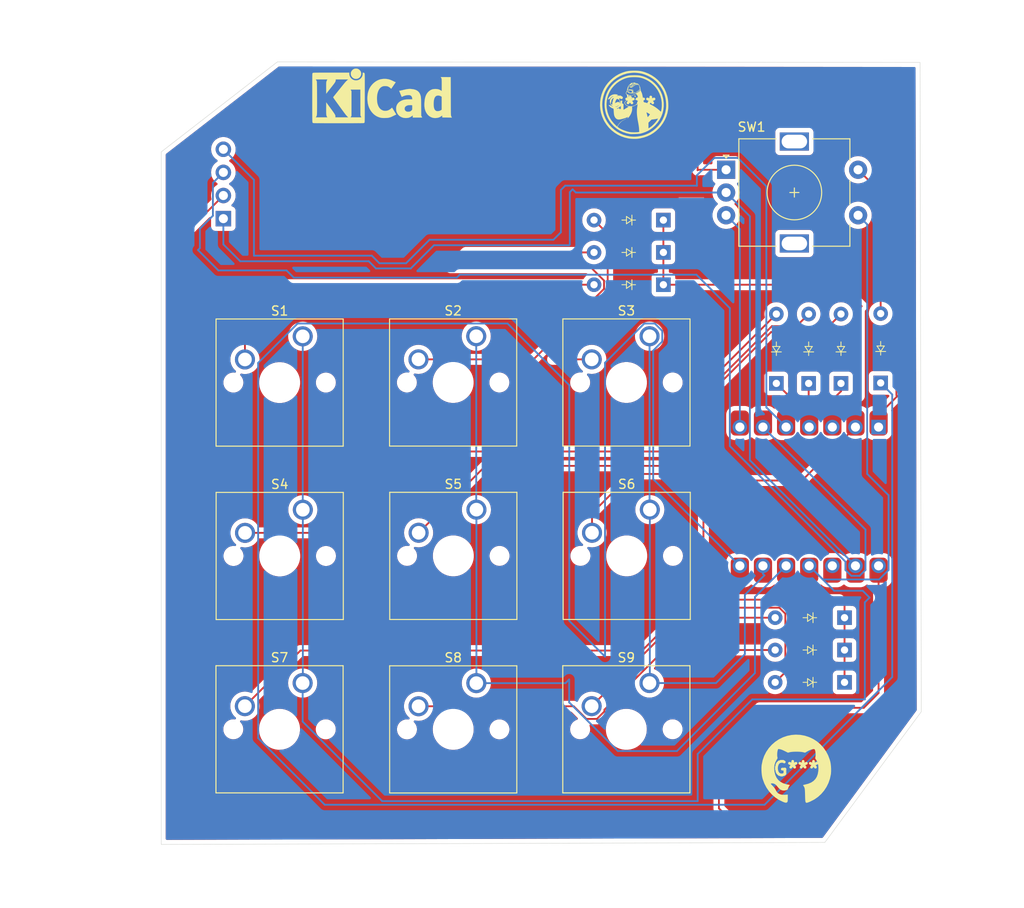
<source format=kicad_pcb>
(kicad_pcb (version 20240108) (generator "pcbnew") (generator_version "8.0")
  (layers (0 "F.Cu" signal) (31 "B.Cu" signal) (34 "B.Paste" user) (35 "F.Paste" user) (36 "B.SilkS" user "B.Silkscreen") (37 "F.SilkS" user "F.Silkscreen") (38 "B.Mask" user) (39 "F.Mask" user) (44 "Edge.Cuts" user))
  (net 0 "")
  (net 1 "Net-(D1-A)")
  (net 2 "Row 0")
  (net 3 "Net-(D2-A)")
  (net 4 "Net-(D3-A)")
  (net 5 "Row 1")
  (net 6 "Net-(D4-A)")
  (net 7 "Net-(D5-A)")
  (net 8 "Net-(D6-A)")
  (net 9 "Row 2")
  (net 10 "Net-(D7-A)")
  (net 11 "Net-(D8-A)")
  (net 12 "Net-(D9-A)")
  (net 13 "Column 0")
  (net 14 "Column 1")
  (net 15 "Column 2")
  (net 16 "Net-(D10-K)")
  (net 18 "Net-(D10-A)")
  (net 19 "Net-(J1-VCC)")
  (net 20 "Net-(J1-SCL)")
  (net 21 "Net-(J1-SDA)")
  (net 22 "Net-(J1-GND)")
  (net 23 "Net-(U1-PA02_A0_D0)")
  (net 24 "Net-(U1-PB08_A6_D6_TX)")
  (footprint "Button_Switch_Keyboard:SW_Cherry_MX_1.00u_PCB" (layer "F.Cu") (at 100.24 86.52)
    (property "Reference" "S4" (at -2.54 -2.794 0) (layer "F.SilkS"))
    (property "Value" "Keyswitch")
    (pad "" np_thru_hole circle (at -7.62 5.08) (size 1.7 1.7) (drill 1.7) (layers "*.Cu" "*.Mask"))
    (pad "" np_thru_hole circle (at -2.54 5.08) (size 4 4) (drill 4) (layers "*.Cu" "*.Mask"))
    (pad "" np_thru_hole circle (at 2.54 5.08) (size 1.7 1.7) (drill 1.7) (layers "*.Cu" "*.Mask"))
    (pad "1" thru_hole circle (at 0 0) (size 2.2 2.2) (drill 1.5) (layers "*.Cu" "*.Mask") (net 13 "Column 0"))
    (pad "2" thru_hole circle (at -6.35 2.54) (size 2.2 2.2) (drill 1.5) (layers "*.Cu" "*.Mask") (net 6 "Net-(D4-A)"))
  )
  (footprint "Demo.preety:logodemo2" (layer "F.Cu") (at 154.45 114.98)
    (property "Reference" "G***" (at 0 0 0) (layer "F.SilkS") (effects (font (size 1.5 1.5) (thickness 0.3))))
    (property "Value" "LOGO" (hide yes))
  )
  (footprint "ScottoKeebs_Components:Diode_DO-35" (layer "F.Cu") (at 139.85 54.7 180)
    (property "Reference" "D3" (hide yes))
    (property "Value" "Diode" (hide yes))
    (pad "1" thru_hole rect (at 0 0 180) (size 1.6 1.6) (drill 0.8) (layers "*.Cu" "*.Mask") (net 2 "Row 0"))
    (pad "2" thru_hole oval (at 7.62 0 180) (size 1.6 1.6) (drill 0.8) (layers "*.Cu" "*.Mask") (net 4 "Net-(D3-A)"))
  )
  (footprint "ScottoKeebs_Components:OLED_128x32" (layer "F.Cu") (at 89.91 44.74)
    (property "Reference" "J1" (hide yes))
    (property "Value" "OLED_128x32")
    (pad "1" thru_hole rect (at 1.6 9.8 180) (size 1.7 1.7) (drill 1) (layers "*.Cu" "*.Mask") (net 22 "Net-(J1-GND)"))
    (pad "2" thru_hole oval (at 1.6 7.26 180) (size 1.7 1.7) (drill 1) (layers "*.Cu" "*.Mask") (net 19 "Net-(J1-VCC)"))
    (pad "3" thru_hole oval (at 1.6 4.72 180) (size 1.7 1.7) (drill 1) (layers "*.Cu" "*.Mask") (net 20 "Net-(J1-SCL)"))
    (pad "4" thru_hole oval (at 1.6 2.18 180) (size 1.7 1.7) (drill 1) (layers "*.Cu" "*.Mask") (net 21 "Net-(J1-SDA)"))
  )
  (footprint "Button_Switch_Keyboard:SW_Cherry_MX_1.00u_PCB" (layer "F.Cu") (at 100.22 105.56)
    (property "Reference" "S7" (at -2.54 -2.794 0) (layer "F.SilkS"))
    (property "Value" "Keyswitch")
    (pad "" np_thru_hole circle (at -7.62 5.08) (size 1.7 1.7) (drill 1.7) (layers "*.Cu" "*.Mask"))
    (pad "" np_thru_hole circle (at -2.54 5.08) (size 4 4) (drill 4) (layers "*.Cu" "*.Mask"))
    (pad "" np_thru_hole circle (at 2.54 5.08) (size 1.7 1.7) (drill 1.7) (layers "*.Cu" "*.Mask"))
    (pad "1" thru_hole circle (at 0 0) (size 2.2 2.2) (drill 1.5) (layers "*.Cu" "*.Mask") (net 13 "Column 0"))
    (pad "2" thru_hole circle (at -6.35 2.54) (size 2.2 2.2) (drill 1.5) (layers "*.Cu" "*.Mask") (net 10 "Net-(D7-A)"))
  )
  (footprint "Symbol:KiCad-Logo_6mm_SilkScreen" (layer "F.Cu") (at 108.94 41.03)
    (property "Reference" "REF**" (hide yes))
    (property "Value" "KiCad-Logo_6mm_SilkScreen" (hide yes))
  )
  (footprint "Button_Switch_Keyboard:SW_Cherry_MX_1.00u_PCB" (layer "F.Cu") (at 138.36 86.51)
    (property "Reference" "S6" (at -2.54 -2.794 0) (layer "F.SilkS"))
    (property "Value" "Keyswitch")
    (pad "" np_thru_hole circle (at -7.62 5.08) (size 1.7 1.7) (drill 1.7) (layers "*.Cu" "*.Mask"))
    (pad "" np_thru_hole circle (at -2.54 5.08) (size 4 4) (drill 4) (layers "*.Cu" "*.Mask"))
    (pad "" np_thru_hole circle (at 2.54 5.08) (size 1.7 1.7) (drill 1.7) (layers "*.Cu" "*.Mask"))
    (pad "1" thru_hole circle (at 0 0) (size 2.2 2.2) (drill 1.5) (layers "*.Cu" "*.Mask") (net 15 "Column 2"))
    (pad "2" thru_hole circle (at -6.35 2.54) (size 2.2 2.2) (drill 1.5) (layers "*.Cu" "*.Mask") (net 8 "Net-(D6-A)"))
  )
  (footprint "Button_Switch_Keyboard:SW_Cherry_MX_1.00u_PCB" (layer "F.Cu") (at 138.33 67.46)
    (property "Reference" "S3" (at -2.54 -2.794 0) (layer "F.SilkS"))
    (property "Value" "Keyswitch")
    (pad "" np_thru_hole circle (at -7.62 5.08) (size 1.7 1.7) (drill 1.7) (layers "*.Cu" "*.Mask"))
    (pad "" np_thru_hole circle (at -2.54 5.08) (size 4 4) (drill 4) (layers "*.Cu" "*.Mask"))
    (pad "" np_thru_hole circle (at 2.54 5.08) (size 1.7 1.7) (drill 1.7) (layers "*.Cu" "*.Mask"))
    (pad "1" thru_hole circle (at 0 0) (size 2.2 2.2) (drill 1.5) (layers "*.Cu" "*.Mask") (net 15 "Column 2"))
    (pad "2" thru_hole circle (at -6.35 2.54) (size 2.2 2.2) (drill 1.5) (layers "*.Cu" "*.Mask") (net 4 "Net-(D3-A)"))
  )
  (footprint "ScottoKeebs_Components:Diode_DO-35" (layer "F.Cu") (at 159.75 98.38 180)
    (property "Reference" "D9" (hide yes))
    (property "Value" "Diode" (hide yes))
    (pad "1" thru_hole rect (at 0 0 180) (size 1.6 1.6) (drill 0.8) (layers "*.Cu" "*.Mask") (net 9 "Row 2"))
    (pad "2" thru_hole oval (at 7.62 0 180) (size 1.6 1.6) (drill 0.8) (layers "*.Cu" "*.Mask") (net 12 "Net-(D9-A)"))
  )
  (footprint "ScottoKeebs_Components:Diode_DO-35" (layer "F.Cu") (at 159.36 72.64 90)
    (property "Reference" "D6" (hide yes))
    (property "Value" "Diode" (hide yes))
    (pad "1" thru_hole rect (at 0 0 90) (size 1.6 1.6) (drill 0.8) (layers "*.Cu" "*.Mask") (net 5 "Row 1"))
    (pad "2" thru_hole oval (at 7.62 0 90) (size 1.6 1.6) (drill 0.8) (layers "*.Cu" "*.Mask") (net 8 "Net-(D6-A)"))
  )
  (footprint "ScottoKeebs_Components:Diode_DO-35" (layer "F.Cu") (at 159.75 105.48 180)
    (property "Reference" "D7" (hide yes))
    (property "Value" "Diode" (hide yes))
    (pad "1" thru_hole rect (at 0 0 180) (size 1.6 1.6) (drill 0.8) (layers "*.Cu" "*.Mask") (net 9 "Row 2"))
    (pad "2" thru_hole oval (at 7.62 0 180) (size 1.6 1.6) (drill 0.8) (layers "*.Cu" "*.Mask") (net 10 "Net-(D7-A)"))
  )
  (footprint "Button_Switch_Keyboard:SW_Cherry_MX_1.00u_PCB" (layer "F.Cu") (at 119.29 67.46)
    (property "Reference" "S2" (at -2.54 -2.794 0) (layer "F.SilkS"))
    (property "Value" "Keyswitch")
    (pad "" np_thru_hole circle (at -7.62 5.08) (size 1.7 1.7) (drill 1.7) (layers "*.Cu" "*.Mask"))
    (pad "" np_thru_hole circle (at -2.54 5.08) (size 4 4) (drill 4) (layers "*.Cu" "*.Mask"))
    (pad "" np_thru_hole circle (at 2.54 5.08) (size 1.7 1.7) (drill 1.7) (layers "*.Cu" "*.Mask"))
    (pad "1" thru_hole circle (at 0 0) (size 2.2 2.2) (drill 1.5) (layers "*.Cu" "*.Mask") (net 14 "Column 1"))
    (pad "2" thru_hole circle (at -6.35 2.54) (size 2.2 2.2) (drill 1.5) (layers "*.Cu" "*.Mask") (net 3 "Net-(D2-A)"))
  )
  (footprint "ScottoKeebs_Components:Diode_DO-35" (layer "F.Cu") (at 155.81 72.64 90)
    (property "Reference" "D5" (hide yes))
    (property "Value" "Diode" (hide yes))
    (pad "1" thru_hole rect (at 0 0 90) (size 1.6 1.6) (drill 0.8) (layers "*.Cu" "*.Mask") (net 5 "Row 1"))
    (pad "2" thru_hole oval (at 7.62 0 90) (size 1.6 1.6) (drill 0.8) (layers "*.Cu" "*.Mask") (net 7 "Net-(D5-A)"))
  )
  (footprint "ScottoKeebs_Components:Diode_DO-35" (layer "F.Cu") (at 152.26 72.64 90)
    (property "Reference" "D4" (hide yes))
    (property "Value" "Diode" (hide yes))
    (pad "1" thru_hole rect (at 0 0 90) (size 1.6 1.6) (drill 0.8) (layers "*.Cu" "*.Mask") (net 5 "Row 1"))
    (pad "2" thru_hole oval (at 7.62 0 90) (size 1.6 1.6) (drill 0.8) (layers "*.Cu" "*.Mask") (net 6 "Net-(D4-A)"))
  )
  (footprint "Button_Switch_Keyboard:SW_Cherry_MX_1.00u_PCB" (layer "F.Cu") (at 119.3 105.57)
    (property "Reference" "S8" (at -2.54 -2.794 0) (layer "F.SilkS"))
    (property "Value" "Keyswitch")
    (pad "" np_thru_hole circle (at -7.62 5.08) (size 1.7 1.7) (drill 1.7) (layers "*.Cu" "*.Mask"))
    (pad "" np_thru_hole circle (at -2.54 5.08) (size 4 4) (drill 4) (layers "*.Cu" "*.Mask"))
    (pad "" np_thru_hole circle (at 2.54 5.08) (size 1.7 1.7) (drill 1.7) (layers "*.Cu" "*.Mask"))
    (pad "1" thru_hole circle (at 0 0) (size 2.2 2.2) (drill 1.5) (layers "*.Cu" "*.Mask") (net 14 "Column 1"))
    (pad "2" thru_hole circle (at -6.35 2.54) (size 2.2 2.2) (drill 1.5) (layers "*.Cu" "*.Mask") (net 11 "Net-(D8-A)"))
  )
  (footprint "ScottoKeebs_Components:Diode_DO-35" (layer "F.Cu") (at 139.85 61.8 180)
    (property "Reference" "D1" (hide yes))
    (property "Value" "Diode" (hide yes))
    (pad "1" thru_hole rect (at 0 0 180) (size 1.6 1.6) (drill 0.8) (layers "*.Cu" "*.Mask") (net 2 "Row 0"))
    (pad "2" thru_hole oval (at 7.62 0 180) (size 1.6 1.6) (drill 0.8) (layers "*.Cu" "*.Mask") (net 1 "Net-(D1-A)"))
  )
  (footprint "Demo.preety:logodemo" (layer "F.Cu") (at 136.569849 42.001442)
    (property "Reference" "G***" (at 0 0 0) (layer "F.SilkS") (effects (font (size 1.5 1.5) (thickness 0.3))))
    (property "Value" "LOGO" (hide yes))
  )
  (footprint "Button_Switch_Keyboard:SW_Cherry_MX_1.00u_PCB" (layer "F.Cu") (at 100.23 67.47)
    (property "Reference" "S1" (at -2.54 -2.794 0) (layer "F.SilkS"))
    (property "Value" "Keyswitch")
    (pad "" np_thru_hole circle (at -7.62 5.08) (size 1.7 1.7) (drill 1.7) (layers "*.Cu" "*.Mask"))
    (pad "" np_thru_hole circle (at -2.54 5.08) (size 4 4) (drill 4) (layers "*.Cu" "*.Mask"))
    (pad "" np_thru_hole circle (at 2.54 5.08) (size 1.7 1.7) (drill 1.7) (layers "*.Cu" "*.Mask"))
    (pad "1" thru_hole circle (at 0 0) (size 2.2 2.2) (drill 1.5) (layers "*.Cu" "*.Mask") (net 13 "Column 0"))
    (pad "2" thru_hole circle (at -6.35 2.54) (size 2.2 2.2) (drill 1.5) (layers "*.Cu" "*.Mask") (net 1 "Net-(D1-A)"))
  )
  (footprint "Button_Switch_Keyboard:SW_Cherry_MX_1.00u_PCB" (layer "F.Cu") (at 119.31 86.51)
    (property "Reference" "S5" (at -2.54 -2.794 0) (layer "F.SilkS"))
    (property "Value" "Keyswitch")
    (pad "" np_thru_hole circle (at -7.62 5.08) (size 1.7 1.7) (drill 1.7) (layers "*.Cu" "*.Mask"))
    (pad "" np_thru_hole circle (at -2.54 5.08) (size 4 4) (drill 4) (layers "*.Cu" "*.Mask"))
    (pad "" np_thru_hole circle (at 2.54 5.08) (size 1.7 1.7) (drill 1.7) (layers "*.Cu" "*.Mask"))
    (pad "1" thru_hole circle (at 0 0) (size 2.2 2.2) (drill 1.5) (layers "*.Cu" "*.Mask") (net 14 "Column 1"))
    (pad "2" thru_hole circle (at -6.35 2.54) (size 2.2 2.2) (drill 1.5) (layers "*.Cu" "*.Mask") (net 7 "Net-(D5-A)"))
  )
  (footprint "Rotary_Encoder:RotaryEncoder_Alps_EC11E-Switch_Vertical_H20mm" (layer "F.Cu") (at 146.74 49.17)
    (property "Reference" "SW1" (at 2.8 -4.7 0) (layer "F.SilkS"))
    (property "Value" "RotaryEncoder_Switch")
    (pad "A" thru_hole rect (at 0 0) (size 2 2) (drill 1) (layers "*.Cu" "*.Mask") (net 23 "Net-(U1-PA02_A0_D0)"))
    (pad "B" thru_hole circle (at 0 5) (size 2 2) (drill 1) (layers "*.Cu" "*.Mask") (net 24 "Net-(U1-PB08_A6_D6_TX)"))
    (pad "C" thru_hole circle (at 0 2.5) (size 2 2) (drill 1) (layers "*.Cu" "*.Mask") (net 22 "Net-(J1-GND)"))
    (pad "MP" thru_hole rect (at 7.5 -3.1) (size 3.2 2) (drill oval 2.8 1.5) (layers "*.Cu" "*.Mask"))
    (pad "MP" thru_hole rect (at 7.5 8.1) (size 3.2 2) (drill oval 2.8 1.5) (layers "*.Cu" "*.Mask"))
    (pad "S1" thru_hole circle (at 14.5 5) (size 2 2) (drill 1) (layers "*.Cu" "*.Mask") (net 13 "Column 0"))
    (pad "S2" thru_hole circle (at 14.5 0) (size 2 2) (drill 1) (layers "*.Cu" "*.Mask") (net 18 "Net-(D10-A)"))
  )
  (footprint "Button_Switch_Keyboard:SW_Cherry_MX_1.00u_PCB" (layer "F.Cu") (at 138.32 105.56)
    (property "Reference" "S9" (at -2.54 -2.794 0) (layer "F.SilkS"))
    (property "Value" "Keyswitch")
    (pad "" np_thru_hole circle (at -7.62 5.08) (size 1.7 1.7) (drill 1.7) (layers "*.Cu" "*.Mask"))
    (pad "" np_thru_hole circle (at -2.54 5.08) (size 4 4) (drill 4) (layers "*.Cu" "*.Mask"))
    (pad "" np_thru_hole circle (at 2.54 5.08) (size 1.7 1.7) (drill 1.7) (layers "*.Cu" "*.Mask"))
    (pad "1" thru_hole circle (at 0 0) (size 2.2 2.2) (drill 1.5) (layers "*.Cu" "*.Mask") (net 15 "Column 2"))
    (pad "2" thru_hole circle (at -6.35 2.54) (size 2.2 2.2) (drill 1.5) (layers "*.Cu" "*.Mask") (net 12 "Net-(D9-A)"))
  )
  (footprint "ScottoKeebs_Components:Diode_DO-35" (layer "F.Cu") (at 159.75 101.93 180)
    (property "Reference" "D8" (hide yes))
    (property "Value" "Diode" (hide yes))
    (pad "1" thru_hole rect (at 0 0 180) (size 1.6 1.6) (drill 0.8) (layers "*.Cu" "*.Mask") (net 9 "Row 2"))
    (pad "2" thru_hole oval (at 7.62 0 180) (size 1.6 1.6) (drill 0.8) (layers "*.Cu" "*.Mask") (net 11 "Net-(D8-A)"))
  )
  (footprint "ScottoKeebs_Components:Diode_DO-35" (layer "F.Cu") (at 139.85 58.25 180)
    (property "Reference" "D2" (hide yes))
    (property "Value" "Diode" (hide yes))
    (pad "1" thru_hole rect (at 0 0 180) (size 1.6 1.6) (drill 0.8) (layers "*.Cu" "*.Mask") (net 2 "Row 0"))
    (pad "2" thru_hole oval (at 7.62 0 180) (size 1.6 1.6) (drill 0.8) (layers "*.Cu" "*.Mask") (net 3 "Net-(D2-A)"))
  )
  (footprint "ScottoKeebs_MCU:Seeed_XIAO_RP2040" (layer "F.Cu") (at 155.87 85.06 -90)
    (property "Reference" "U1" (hide yes))
    (property "Value" "MCU_Seeed_XIAO_RP2040")
    (pad "1" smd roundrect (at -8.065 -7.62 270) (size 2.75 2) (layers "F.Cu" "F.Paste" "F.Mask") (net 23 "Net-(U1-PA02_A0_D0)"))
    (pad "1" thru_hole rect (at -7.62 -7.62) (size 1.6 1.6) (drill 1) (layers "*.Cu" "*.Mask") (net 23 "Net-(U1-PA02_A0_D0)"))
    (pad "2" smd roundrect (at -8.065 -5.08 270) (size 2.75 2) (layers "F.Cu" "F.Paste" "F.Mask") (net 9 "Row 2"))
    (pad "2" thru_hole circle (at -7.62 -5.08) (size 1.6 1.6) (drill 1) (layers "*.Cu" "*.Mask") (net 9 "Row 2"))
    (pad "3" smd roundrect (at -8.065 -2.54 270) (size 2.75 2) (layers "F.Cu" "F.Paste" "F.Mask") (net 2 "Row 0"))
    (pad "3" thru_hole circle (at -7.62 -2.54) (size 1.6 1.6) (drill 1) (layers "*.Cu" "*.Mask") (net 2 "Row 0"))
    (pad "4" smd roundrect (at -8.065 0 270) (size 2.75 2) (layers "F.Cu" "F.Paste" "F.Mask") (net 5 "Row 1"))
    (pad "4" thru_hole circle (at -7.62 0) (size 1.6 1.6) (drill 1) (layers "*.Cu" "*.Mask") (net 5 "Row 1"))
    (pad "5" smd roundrect (at -8.065 2.54 270) (size 2.75 2) (layers "F.Cu" "F.Paste" "F.Mask") (net 21 "Net-(J1-SDA)"))
    (pad "5" thru_hole circle (at -7.62 2.54) (size 1.6 1.6) (drill 1) (layers "*.Cu" "*.Mask") (net 21 "Net-(J1-SDA)"))
    (pad "6" smd roundrect (at -8.065 5.08 270) (size 2.75 2) (layers "F.Cu" "F.Paste" "F.Mask") (net 20 "Net-(J1-SCL)"))
    (pad "6" thru_hole circle (at -7.62 5.08) (size 1.6 1.6) (drill 1) (layers "*.Cu" "*.Mask") (net 20 "Net-(J1-SCL)"))
    (pad "7" smd roundrect (at -8.065 7.62 270) (size 2.75 2) (layers "F.Cu" "F.Paste" "F.Mask") (net 24 "Net-(U1-PB08_A6_D6_TX)"))
    (pad "7" thru_hole circle (at -7.62 7.62) (size 1.6 1.6) (drill 1) (layers "*.Cu" "*.Mask") (net 24 "Net-(U1-PB08_A6_D6_TX)"))
    (pad "8" thru_hole circle (at 7.62 7.62) (size 1.6 1.6) (drill 1) (layers "*.Cu" "*.Mask") (net 16 "Net-(D10-K)"))
    (pad "8" smd roundrect (at 8.1 7.62 270) (size 2.75 2) (layers "F.Cu" "F.Paste" "F.Mask") (net 16 "Net-(D10-K)"))
    (pad "9" thru_hole circle (at 7.62 5.08) (size 1.6 1.6) (drill 1) (layers "*.Cu" "*.Mask") (net 15 "Column 2"))
    (pad "9" smd roundrect (at 8.1 5.08 270) (size 2.75 2) (layers "F.Cu" "F.Paste" "F.Mask") (net 15 "Column 2"))
    (pad "10" thru_hole circle (at 7.62 2.54) (size 1.6 1.6) (drill 1) (layers "*.Cu" "*.Mask") (net 14 "Column 1"))
    (pad "10" smd roundrect (at 8.1 2.54 270) (size 2.75 2) (layers "F.Cu" "F.Paste" "F.Mask") (net 14 "Column 1"))
    (pad "11" thru_hole circle (at 7.62 0) (size 1.6 1.6) (drill 1) (layers "*.Cu" "*.Mask") (net 13 "Column 0"))
    (pad "11" smd roundrect (at 8.1 0 270) (size 2.75 2) (layers "F.Cu" "F.Paste" "F.Mask") (net 13 "Column 0"))
    (pad "12" thru_hole circle (at 7.62 -2.54) (size 1.6 1.6) (drill 1) (layers "*.Cu" "*.Mask"))
    (pad "12" smd roundrect (at 8.1 -2.54 270) (size 2.75 2) (layers "F.Cu" "F.Paste" "F.Mask"))
    (pad "13" thru_hole circle (at 7.62 -5.08) (size 1.6 1.6) (drill 1) (layers "*.Cu" "*.Mask") (net 22 "Net-(J1-GND)"))
    (pad "13" smd roundrect (at 8.1 -5.08 270) (size 2.75 2) (layers "F.Cu" "F.Paste" "F.Mask") (net 22 "Net-(J1-GND)"))
    (pad "14" thru_hole circle (at 7.62 -7.62) (size 1.6 1.6) (drill 1) (layers "*.Cu" "*.Mask") (net 19 "Net-(J1-VCC)"))
    (pad "14" smd roundrect (at 8.1 -7.62 270) (size 2.75 2) (layers "F.Cu" "F.Paste" "F.Mask") (net 19 "Net-(J1-VCC)"))
  )
  (footprint "ScottoKeebs_Components:Diode_DO-35" (layer "F.Cu") (at 163.72 72.59 90)
    (property "Reference" "D10" (hide yes))
    (property "Value" "Diode" (hide yes))
    (pad "1" thru_hole rect (at 0 0 90) (size 1.6 1.6) (drill 0.8) (layers "*.Cu" "*.Mask") (net 16 "Net-(D10-K)"))
    (pad "2" thru_hole oval (at 7.62 0 90) (size 1.6 1.6) (drill 0.8) (layers "*.Cu" "*.Mask") (net 18 "Net-(D10-A)"))
  )
  (gr_poly (pts (xy 84.68 47.21) (xy 84.68 123.29) (xy 157.59 123.07) (xy 168.18 108.71) (xy 168.05 37.38) (xy 97.44 37.32)) (stroke (width 0.05)) (fill none) (layer "Edge.Cuts"))
  (gr_text "HackClub" (at 148.76 41.77 0) (layer "F.Cu") (effects (font (size 1.5 1.5) (thickness 0.3) (bold yes)) (justify left bottom)))
  (gr_text "I see u" (at 132.69 48.72 0) (layer "F.Cu") (effects (font (size 1.5 1.5) (thickness 0.3) (bold yes)) (justify left bottom)))
  (gr_text "tic tic" (at 143.87 59.66 90) (layer "F.Cu") (effects (font (size 1.5 1.5) (thickness 0.3) (bold yes)) (justify left bottom)))
  (segment (start 93.88 66.28) (end 98.36 61.8) (width 0.2) (layer "F.Cu") (net 1))
  (segment (start 98.36 61.8) (end 132.23 61.8) (width 0.2) (layer "F.Cu") (net 1))
  (segment (start 93.88 70.01) (end 93.88 66.28) (width 0.2) (layer "F.Cu") (net 1))
  (segment (start 161.38 74.025) (end 158.41 76.995) (width 0.2) (layer "F.Cu") (net 2))
  (segment (start 139.85 54.7) (end 139.85 58.25) (width 0.2) (layer "F.Cu") (net 2))
  (segment (start 161.63 64.16) (end 161.38 64.41) (width 0.2) (layer "F.Cu") (net 2))
  (segment (start 139.85 61.8) (end 159.27 61.8) (width 0.2) (layer "F.Cu") (net 2))
  (segment (start 159.27 61.8) (end 161.63 64.16) (width 0.2) (layer "F.Cu") (net 2))
  (segment (start 139.85 58.25) (end 139.85 61.8) (width 0.2) (layer "F.Cu") (net 2))
  (segment (start 161.38 64.41) (end 161.38 74.025) (width 0.2) (layer "F.Cu") (net 2))
  (segment (start 116.48 59.93) (end 131.915635 59.93) (width 0.2) (layer "F.Cu") (net 3))
  (segment (start 125.585635 70) (end 112.94 70) (width 0.2) (layer "F.Cu") (net 3))
  (segment (start 133.33 62.255635) (end 125.585635 70) (width 0.2) (layer "F.Cu") (net 3))
  (segment (start 118.16 58.25) (end 116.48 59.93) (width 0.2) (layer "F.Cu") (net 3))
  (segment (start 132.23 58.25) (end 118.16 58.25) (width 0.2) (layer "F.Cu") (net 3))
  (segment (start 133.33 61.344365) (end 133.33 62.255635) (width 0.2) (layer "F.Cu") (net 3))
  (segment (start 131.915635 59.93) (end 133.33 61.344365) (width 0.2) (layer "F.Cu") (net 3))
  (segment (start 133.73 63.95) (end 127.68 70) (width 0.2) (layer "F.Cu") (net 4))
  (segment (start 132.23 54.7) (end 133.73 56.2) (width 0.2) (layer "F.Cu") (net 4))
  (segment (start 127.68 70) (end 131.98 70) (width 0.2) (layer "F.Cu") (net 4))
  (segment (start 133.73 56.2) (end 133.73 63.95) (width 0.2) (layer "F.Cu") (net 4))
  (segment (start 159.36 73.505) (end 155.87 76.995) (width 0.2) (layer "F.Cu") (net 5))
  (segment (start 155.81 76.935) (end 155.87 76.995) (width 0.2) (layer "F.Cu") (net 5))
  (segment (start 152.26 72.64) (end 155.87 76.25) (width 0.2) (layer "F.Cu") (net 5))
  (segment (start 155.87 76.25) (end 155.87 76.995) (width 0.2) (layer "F.Cu") (net 5))
  (segment (start 159.36 72.64) (end 159.36 73.505) (width 0.2) (layer "F.Cu") (net 5))
  (segment (start 155.81 72.64) (end 155.81 76.935) (width 0.2) (layer "F.Cu") (net 5))
  (segment (start 103.09 89.06) (end 112.03 80.12) (width 0.2) (layer "F.Cu") (net 6))
  (segment (start 144.17 80.12) (end 144.17 73.11) (width 0.2) (layer "F.Cu") (net 6))
  (segment (start 93.89 89.06) (end 103.09 89.06) (width 0.2) (layer "F.Cu") (net 6))
  (segment (start 144.17 73.11) (end 152.26 65.02) (width 0.2) (layer "F.Cu") (net 6))
  (segment (start 112.03 80.12) (end 144.17 80.12) (width 0.2) (layer "F.Cu") (net 6))
  (segment (start 151.77 66.35) (end 154.48 66.35) (width 0.2) (layer "F.Cu") (net 7))
  (segment (start 154.48 66.35) (end 155.81 65.02) (width 0.2) (layer "F.Cu") (net 7))
  (segment (start 144.61 73.51) (end 151.77 66.35) (width 0.2) (layer "F.Cu") (net 7))
  (segment (start 120.31 81.7) (end 143.155685 81.7) (width 0.2) (layer "F.Cu") (net 7))
  (segment (start 144.61 80.245685) (end 144.61 73.51) (width 0.2) (layer "F.Cu") (net 7))
  (segment (start 143.155685 81.7) (end 144.61 80.245685) (width 0.2) (layer "F.Cu") (net 7))
  (segment (start 112.96 89.05) (end 120.31 81.7) (width 0.2) (layer "F.Cu") (net 7))
  (segment (start 132.01 86.9) (end 136.32 82.59) (width 0.2) (layer "F.Cu") (net 8))
  (segment (start 136.32 82.59) (end 143.13 82.59) (width 0.2) (layer "F.Cu") (net 8))
  (segment (start 145.022843 73.662843) (end 151.682843 67.002843) (width 0.2) (layer "F.Cu") (net 8))
  (segment (start 143.13 82.59) (end 145.022843 80.697157) (width 0.2) (layer "F.Cu") (net 8))
  (segment (start 157.377157 67.002843) (end 159.36 65.02) (width 0.2) (layer "F.Cu") (net 8))
  (segment (start 145.022843 80.697157) (end 145.022843 73.662843) (width 0.2) (layer "F.Cu") (net 8))
  (segment (start 132.01 89.05) (end 132.01 86.9) (width 0.2) (layer "F.Cu") (net 8))
  (segment (start 151.682843 67.002843) (end 157.377157 67.002843) (width 0.2) (layer "F.Cu") (net 8))
  (segment (start 159.75 105.48) (end 159.75 101.93) (width 0.2) (layer "F.Cu") (net 9))
  (segment (start 144.25 84.35) (end 145.29 83.31) (width 0.2) (layer "F.Cu") (net 9))
  (segment (start 144.25 96.49) (end 144.25 84.35) (width 0.2) (layer "F.Cu") (net 9))
  (segment (start 159.75 96.99) (end 159.16 96.4) (width 0.2) (layer "F.Cu") (net 9))
  (segment (start 159.16 96.4) (end 144.34 96.4) (width 0.2) (layer "F.Cu") (net 9))
  (segment (start 145.29 83.31) (end 155.08 83.31) (width 0.2) (layer "F.Cu") (net 9))
  (segment (start 144.34 96.4) (end 144.25 96.49) (width 0.2) (layer "F.Cu") (net 9))
  (segment (start 155.08 83.31) (end 160.95 77.44) (width 0.2) (layer "F.Cu") (net 9))
  (segment (start 159.75 98.38) (end 159.75 96.99) (width 0.2) (layer "F.Cu") (net 9))
  (segment (start 159.75 101.93) (end 159.75 98.38) (width 0.2) (layer "F.Cu") (net 9))
  (segment (start 143.48 99.56) (end 145.76 97.28) (width 0.2) (layer "F.Cu") (net 10))
  (segment (start 139.944314 99.56) (end 143.48 99.56) (width 0.2) (layer "F.Cu") (net 10))
  (segment (start 152.585635 97.28) (end 153.25 97.944365) (width 0.2) (layer "F.Cu") (net 10))
  (segment (start 99.98 101.99) (end 137.514314 101.99) (width 0.2) (layer "F.Cu") (net 10))
  (segment (start 145.76 97.28) (end 152.585635 97.28) (width 0.2) (layer "F.Cu") (net 10))
  (segment (start 137.514314 101.99) (end 139.944314 99.56) (width 0.2) (layer "F.Cu") (net 10))
  (segment (start 153.25 97.944365) (end 153.25 104.36) (width 0.2) (layer "F.Cu") (net 10))
  (segment (start 153.25 104.36) (end 152.13 105.48) (width 0.2) (layer "F.Cu") (net 10))
  (segment (start 93.87 108.1) (end 99.98 101.99) (width 0.2) (layer "F.Cu") (net 10))
  (segment (start 139.93 101.93) (end 152.13 101.93) (width 0.2) (layer "F.Cu") (net 11))
  (segment (start 112.95 108.11) (end 130.000101 108.11) (width 0.2) (layer "F.Cu") (net 11))
  (segment (start 132.549899 109.5) (end 133.37 108.679899) (width 0.2) (layer "F.Cu") (net 11))
  (segment (start 133.37 108.679899) (end 133.37 108.49) (width 0.2) (layer "F.Cu") (net 11))
  (segment (start 130.000101 108.11) (end 131.390101 109.5) (width 0.2) (layer "F.Cu") (net 11))
  (segment (start 131.390101 109.5) (end 132.549899 109.5) (width 0.2) (layer "F.Cu") (net 11))
  (segment (start 133.37 108.49) (end 139.93 101.93) (width 0.2) (layer "F.Cu") (net 11))
  (segment (start 140.11 99.96) (end 143.92 99.96) (width 0.2) (layer "F.Cu") (net 12))
  (segment (start 131.97 108.1) (end 140.11 99.96) (width 0.2) (layer "F.Cu") (net 12))
  (segment (start 145.5 98.38) (end 152.13 98.38) (width 0.2) (layer "F.Cu") (net 12))
  (segment (start 143.92 99.96) (end 145.5 98.38) (width 0.2) (layer "F.Cu") (net 12))
  (segment (start 162.5 96.17) (end 161.75 95.42) (width 0.2) (layer "B.Cu") (net 13))
  (segment (start 164.59 84.93) (end 164.59 93.135635) (width 0.2) (layer "B.Cu") (net 13))
  (segment (start 143.62 113.35) (end 149.62 107.35) (width 0.2) (layer "B.Cu") (net 13))
  (segment (start 143.62 118.53) (end 143.62 113.35) (width 0.2) (layer "B.Cu") (net 13))
  (segment (start 100.22 109.797056) (end 108.952944 118.53) (width 0.2) (layer "B.Cu") (net 13))
  (segment (start 149.62 107.35) (end 161.98 107.35) (width 0.2) (layer "B.Cu") (net 13))
  (segment (start 161.75 95.42) (end 158.61 95.42) (width 0.2) (layer "B.Cu") (net 13))
  (segment (start 163.545635 94.18) (end 157.37 94.18) (width 0.2) (layer "B.Cu") (net 13))
  (segment (start 100.24 86.52) (end 100.24 105.54) (width 0.2) (layer "B.Cu") (net 13))
  (segment (start 162.24 82.58) (end 164.59 84.93) (width 0.2) (layer "B.Cu") (net 13))
  (segment (start 100.24 105.54) (end 100.22 105.56) (width 0.2) (layer "B.Cu") (net 13))
  (segment (start 161.24 54.17) (end 162.24 55.17) (width 0.2) (layer "B.Cu") (net 13))
  (segment (start 157.37 94.18) (end 155.87 92.68) (width 0.2) (layer "B.Cu") (net 13))
  (segment (start 164.59 93.135635) (end 163.545635 94.18) (width 0.2) (layer "B.Cu") (net 13))
  (segment (start 100.23 86.51) (end 100.24 86.52) (width 0.2) (layer "B.Cu") (net 13))
  (segment (start 108.952944 118.53) (end 143.62 118.53) (width 0.2) (layer "B.Cu") (net 13))
  (segment (start 161.98 107.35) (end 161.98 96.69) (width 0.2) (layer "B.Cu") (net 13))
  (segment (start 161.98 96.69) (end 162.5 96.17) (width 0.2) (layer "B.Cu") (net 13))
  (segment (start 162.24 55.17) (end 162.24 82.58) (width 0.2) (layer "B.Cu") (net 13))
  (segment (start 100.22 105.56) (end 100.22 109.797056) (width 0.2) (layer "B.Cu") (net 13))
  (segment (start 158.61 95.42) (end 155.87 92.68) (width 0.2) (layer "B.Cu") (net 13))
  (segment (start 100.23 67.47) (end 100.23 86.51) (width 0.2) (layer "B.Cu") (net 13))
  (segment (start 141.337843 113.032157) (end 149.91 104.46) (width 0.2) (layer "B.Cu") (net 14))
  (segment (start 129.5 105.17) (end 129.5 107.683402) (width 0.2) (layer "B.Cu") (net 14))
  (segment (start 134.848755 113.032157) (end 141.337843 113.032157) (width 0.2) (layer "B.Cu") (net 14))
  (segment (start 149.91 104.46) (end 149.91 96.1) (width 0.2) (layer "B.Cu") (net 14))
  (segment (start 129.1 105.57) (end 129.5 105.17) (width 0.2) (layer "B.Cu") (net 14))
  (segment (start 119.3 105.57) (end 129.1 105.57) (width 0.2) (layer "B.Cu") (net 14))
  (segment (start 149.91 96.1) (end 153.33 92.68) (width 0.2) (layer "B.Cu") (net 14))
  (segment (start 119.31 105.56) (end 119.3 105.57) (width 0.2) (layer "B.Cu") (net 14))
  (segment (start 119.31 86.51) (end 119.31 105.56) (width 0.2) (layer "B.Cu") (net 14))
  (segment (start 119.29 86.49) (end 119.31 86.51) (width 0.2) (layer "B.Cu") (net 14))
  (segment (start 129.5 107.683402) (end 134.848755 113.032157) (width 0.2) (layer "B.Cu") (net 14))
  (segment (start 119.29 67.46) (end 119.29 86.49) (width 0.2) (layer "B.Cu") (net 14))
  (segment (start 138.36 86.51) (end 138.36 105.52) (width 0.2) (layer "B.Cu") (net 15))
  (segment (start 138.33 86.48) (end 138.36 86.51) (width 0.2) (layer "B.Cu") (net 15))
  (segment (start 138.33 67.46) (end 138.33 86.48) (width 0.2) (layer "B.Cu") (net 15))
  (segment (start 138.32 105.56) (end 145.63 105.56) (width 0.2) (layer "B.Cu") (net 15))
  (segment (start 148.8 95.87) (end 150.95 93.72) (width 0.2) (layer "B.Cu") (net 15))
  (segment (start 148.8 102.39) (end 148.8 95.87) (width 0.2) (layer "B.Cu") (net 15))
  (segment (start 145.63 105.56) (end 148.8 102.39) (width 0.2) (layer "B.Cu") (net 15))
  (segment (start 138.36 105.52) (end 138.32 105.56) (width 0.2) (layer "B.Cu") (net 15))
  (segment (start 150.95 93.72) (end 150.79 93.56) (width 0.2) (layer "B.Cu") (net 15))
  (segment (start 150.79 93.56) (end 150.79 92.68) (width 0.2) (layer "B.Cu") (net 15))
  (segment (start 129.51 98.729899) (end 133.44 102.659899) (width 0.2) (layer "B.Cu") (net 16))
  (segment (start 138.909899 66.06) (end 139.73 66.880101) (width 0.2) (layer "B.Cu") (net 16))
  (segment (start 138.73 83.16) (end 148.25 92.68) (width 0.2) (layer "B.Cu") (net 16))
  (segment (start 129.51 72.84) (end 129.51 98.729899) (width 0.2) (layer "B.Cu") (net 16))
  (segment (start 139.73 68.039899) (end 138.73 69.039899) (width 0.2) (layer "B.Cu") (net 16))
  (segment (start 139.73 66.880101) (end 139.73 68.039899) (width 0.2) (layer "B.Cu") (net 16))
  (segment (start 164.99 104.905685) (end 150.965685 118.93) (width 0.2) (layer "B.Cu") (net 16))
  (segment (start 164.99 73.86) (end 164.99 104.905685) (width 0.2) (layer "B.Cu") (net 16))
  (segment (start 95.33 111.613402) (end 95.33 70.390101) (width 0.2) (layer "B.Cu") (net 16))
  (segment (start 99.660101 66.06) (end 122.73 66.06) (width 0.2) (layer "B.Cu") (net 16))
  (segment (start 163.72 72.59) (end 164.99 73.86) (width 0.2) (layer "B.Cu") (net 16))
  (segment (start 133.44 70.370101) (end 137.750101 66.06) (width 0.2) (layer "B.Cu") (net 16))
  (segment (start 95.33 70.390101) (end 99.660101 66.06) (width 0.2) (layer "B.Cu") (net 16))
  (segment (start 137.750101 66.06) (end 138.909899 66.06) (width 0.2) (layer "B.Cu") (net 16))
  (segment (start 150.965685 118.93) (end 102.646598 118.93) (width 0.2) (layer "B.Cu") (net 16))
  (segment (start 102.646598 118.93) (end 95.33 111.613402) (width 0.2) (layer "B.Cu") (net 16))
  (segment (start 122.73 66.06) (end 129.51 72.84) (width 0.2) (layer "B.Cu") (net 16))
  (segment (start 138.73 69.039899) (end 138.73 83.16) (width 0.2) (layer "B.Cu") (net 16))
  (segment (start 133.44 102.659899) (end 133.44 70.370101) (width 0.2) (layer "B.Cu") (net 16))
  (segment (start 162.54 50.47) (end 163.36 50.47) (width 0.2) (layer "F.Cu") (net 18))
  (segment (start 163.72 51.89) (end 163.72 64.97) (width 0.2) (layer "F.Cu") (net 18))
  (segment (start 164.25 51.36) (end 163.72 51.89) (width 0.2) (layer "F.Cu") (net 18))
  (segment (start 163.36 50.47) (end 164.25 51.36) (width 0.2) (layer "F.Cu") (net 18))
  (segment (start 161.24 49.17) (end 162.54 50.47) (width 0.2) (layer "F.Cu") (net 18))
  (segment (start 87.18 56.33) (end 87.18 120.36) (width 0.2) (layer "F.Cu") (net 19))
  (segment (start 150.45 108.28) (end 161.87 108.28) (width 0.2) (layer "F.Cu") (net 19))
  (segment (start 87.18 120.36) (end 88.67 121.85) (width 0.2) (layer "F.Cu") (net 19))
  (segment (start 91.51 52) (end 87.18 56.33) (width 0.2) (layer "F.Cu") (net 19))
  (segment (start 161.87 108.28) (end 163.49 106.66) (width 0.2) (layer "F.Cu") (net 19))
  (segment (start 90.87 120.79) (end 147.41 120.79) (width 0.2) (layer "F.Cu") (net 19))
  (segment (start 90.61 120.71) (end 90.79 120.71) (width 0.2) (layer "F.Cu") (net 19))
  (segment (start 89.47 121.85) (end 90.61 120.71) (width 0.2) (layer "F.Cu") (net 19))
  (segment (start 145.95 119.33) (end 145.95 112.78) (width 0.2) (layer "F.Cu") (net 19))
  (segment (start 90.79 120.71) (end 90.87 120.79) (width 0.2) (layer "F.Cu") (net 19))
  (segment (start 88.67 121.85) (end 89.47 121.85) (width 0.2) (layer "F.Cu") (net 19))
  (segment (start 147.41 120.79) (end 145.95 119.33) (width 0.2) (layer "F.Cu") (net 19))
  (segment (start 145.95 112.78) (end 150.45 108.28) (width 0.2) (layer "F.Cu") (net 19))
  (segment (start 163.49 106.66) (end 163.49 93.16) (width 0.2) (layer "F.Cu") (net 19))
  (segment (start 162.05 88.7) (end 150.79 77.44) (width 0.2) (layer "B.Cu") (net 20))
  (segment (start 90.96 60.23) (end 98.45 60.23) (width 0.2) (layer "B.Cu") (net 20))
  (segment (start 160.494365 93.78) (end 161.405635 93.78) (width 0.2) (layer "B.Cu") (net 20))
  (segment (start 147.15 64.37) (end 147.15 79.524365) (width 0.2) (layer "B.Cu") (net 20))
  (segment (start 143.48 60.7) (end 147.15 64.37) (width 0.2) (layer "B.Cu") (net 20))
  (segment (start 88.93 57.78) (end 88.72 57.99) (width 0.2) (layer "B.Cu") (net 20))
  (segment (start 99.24 61.02) (end 117.16 61.02) (width 0.2) (layer "B.Cu") (net 20))
  (segment (start 162.05 93.135635) (end 162.05 88.7) (width 0.2) (layer "B.Cu") (net 20))
  (segment (start 161.405635 93.78) (end 162.05 93.135635) (width 0.2) (layer "B.Cu") (net 20))
  (segment (start 147.15 79.524365) (end 159.85 92.224365) (width 0.2) (layer "B.Cu") (net 20))
  (segment (start 159.85 93.135635) (end 160.494365 93.78) (width 0.2) (layer "B.Cu") (net 20))
  (segment (start 88.93 55.65) (end 88.93 57.78) (width 0.2) (layer "B.Cu") (net 20))
  (segment (start 117.48 60.7) (end 143.48 60.7) (width 0.2) (layer "B.Cu") (net 20))
  (segment (start 88.72 57.99) (end 90.96 60.23) (width 0.2) (layer "B.Cu") (net 20))
  (segment (start 91.51 49.46) (end 90.36 50.61) (width 0.2) (layer "B.Cu") (net 20))
  (segment (start 90.36 54.22) (end 88.93 55.65) (width 0.2) (layer "B.Cu") (net 20))
  (segment (start 98.45 60.23) (end 99.24 61.02) (width 0.2) (layer "B.Cu") (net 20))
  (segment (start 159.85 92.224365) (end 159.85 93.135635) (width 0.2) (layer "B.Cu") (net 20))
  (segment (start 117.16 61.02) (end 117.48 60.7) (width 0.2) (layer "B.Cu") (net 20))
  (segment (start 90.36 50.61) (end 90.36 54.22) (width 0.2) (layer "B.Cu") (net 20))
  (segment (start 107.82 58.61) (end 108.65 59.44) (width 0.2) (layer "B.Cu") (net 21))
  (segment (start 108.65 59.44) (end 111.58 59.44) (width 0.2) (layer "B.Cu") (net 21))
  (segment (start 127.77 56.86) (end 128.59 56.04) (width 0.2) (layer "B.Cu") (net 21))
  (segment (start 151.16 75.27) (end 153.33 77.44) (width 0.2) (layer "B.Cu") (net 21))
  (segment (start 143.53 50.93) (end 143.53 49.78) (width 0.2) (layer "B.Cu") (net 21))
  (segment (start 143.52 50.92) (end 143.53 50.93) (width 0.2) (layer "B.Cu") (net 21))
  (segment (start 145.44 47.87) (end 148.04 47.87) (width 0.2) (layer "B.Cu") (net 21))
  (segment (start 129.06 50.92) (end 143.52 50.92) (width 0.2) (layer "B.Cu") (net 21))
  (segment (start 143.53 49.78) (end 145.44 47.87) (width 0.2) (layer "B.Cu") (net 21))
  (segment (start 111.58 59.44) (end 114.16 56.86) (width 0.2) (layer "B.Cu") (net 21))
  (segment (start 151.16 50.99) (end 151.16 75.27) (width 0.2) (layer "B.Cu") (net 21))
  (segment (start 114.16 56.86) (end 127.77 56.86) (width 0.2) (layer "B.Cu") (net 21))
  (segment (start 94.87 58.61) (end 107.82 58.61) (width 0.2) (layer "B.Cu") (net 21))
  (segment (start 128.59 56.04) (end 128.59 51.39) (width 0.2) (layer "B.Cu") (net 21))
  (segment (start 94.87 50.28) (end 94.87 58.61) (width 0.2) (layer "B.Cu") (net 21))
  (segment (start 148.04 47.87) (end 151.16 50.99) (width 0.2) (layer "B.Cu") (net 21))
  (segment (start 91.51 46.92) (end 94.87 50.28) (width 0.2) (layer "B.Cu") (net 21))
  (segment (start 128.59 51.39) (end 129.06 50.92) (width 0.2) (layer "B.Cu") (net 21))
  (segment (start 129.88 51.32) (end 130.23 51.67) (width 0.2) (layer "B.Cu") (net 22))
  (segment (start 130.23 51.67) (end 146.74 51.67) (width 0.2) (layer "B.Cu") (net 22))
  (segment (start 91.51 54.54) (end 91.51 57.37) (width 0.2) (layer "B.Cu") (net 22))
  (segment (start 149.35 81.08) (end 160.95 92.68) (width 0.2) (layer "B.Cu") (net 22))
  (segment (start 114.65 57.46) (end 129.49 57.46) (width 0.2) (layer "B.Cu") (net 22))
  (segment (start 129.57 51.63) (end 129.88 51.32) (width 0.2) (layer "B.Cu") (net 22))
  (segment (start 91.51 57.37) (end 93.36 59.22) (width 0.2) (layer "B.Cu") (net 22))
  (segment (start 112.1 60.01) (end 114.65 57.46) (width 0.2) (layer "B.Cu") (net 22))
  (segment (start 146.74 51.67) (end 149.35 54.28) (width 0.2) (layer "B.Cu") (net 22))
  (segment (start 149.35 54.28) (end 149.35 81.08) (width 0.2) (layer "B.Cu") (net 22))
  (segment (start 93.36 59.22) (end 107.48 59.22) (width 0.2) (layer "B.Cu") (net 22))
  (segment (start 108.27 60.01) (end 112.1 60.01) (width 0.2) (layer "B.Cu") (net 22))
  (segment (start 129.49 57.46) (end 129.57 57.38) (width 0.2) (layer "B.Cu") (net 22))
  (segment (start 107.48 59.22) (end 108.27 60.01) (width 0.2) (layer "B.Cu") (net 22))
  (segment (start 129.57 57.38) (end 129.57 51.63) (width 0.2) (layer "B.Cu") (net 22))
  (segment (start 165.45 63.95) (end 165.45 73.94) (width 0.2) (layer "F.Cu") (net 23))
  (segment (start 144.93 43.88) (end 163.13 43.88) (width 0.2) (layer "F.Cu") (net 23))
  (segment (start 164.37 62.87) (end 165.45 63.95) (width 0.2) (layer "F.Cu") (net 23))
  (segment (start 163.49 76.1) (end 163.49 77.44) (width 0.2) (layer "F.Cu") (net 23))
  (segment (start 143.61 45.2) (end 144.93 43.88) (width 0.2) (layer "F.Cu") (net 23))
  (segment (start 146.74 49.17) (end 143.66 49.17) (width 0.2) (layer "F.Cu") (net 23))
  (segment (start 163.44 49.37) (end 164.93 50.86) (width 0.2) (layer "F.Cu") (net 23))
  (segment (start 163.86 44.61) (end 164.1 44.61) (width 0.2) (layer "F.Cu") (net 23))
  (segment (start 164.93 50.86) (end 164.93 51.81) (width 0.2) (layer "F.Cu") (net 23))
  (segment (start 165.55 74.04) (end 163.49 76.1) (width 0.2) (layer "F.Cu") (net 23))
  (segment (start 164.1 48.71) (end 163.44 49.37) (width 0.2) (layer "F.Cu") (net 23))
  (segment (start 143.61 49.22) (end 143.61 45.2) (width 0.2) (layer "F.Cu") (net 23))
  (segment (start 143.66 49.17) (end 143.61 49.22) (width 0.2) (layer "F.Cu") (net 23))
  (segment (start 164.1 44.61) (end 164.1 48.71) (width 0.2) (layer "F.Cu") (net 23))
  (segment (start 164.93 51.81) (end 164.37 52.37) (width 0.2) (layer "F.Cu") (net 23))
  (segment (start 164.37 52.37) (end 164.37 62.87) (width 0.2) (layer "F.Cu") (net 23))
  (segment (start 165.45 73.94) (end 165.55 74.04) (width 0.2) (layer "F.Cu") (net 23))
  (segment (start 163.13 43.88) (end 163.86 44.61) (width 0.2) (layer "F.Cu") (net 23))
  (segment (start 146.74 54.17) (end 148.25 55.68) (width 0.2) (layer "B.Cu") (net 24))
  (segment (start 148.25 55.68) (end 148.25 77.44) (width 0.2) (layer "B.Cu") (net 24))
  (zone (net 0) (net_name "") (layers "F&B.Cu") (connect_pads (clearance 0.5)) (min_thickness 0.25) (fill yes (thermal_gap 0.5) (thermal_bridge_width 0.5) (island_removal_mode 1) (island_area_min 10))
    (polygon (pts (xy 67.15 88.65) (xy 67.33 31.05) (xy 179.47 30.52) (xy 179.11 130.28) (xy 66.97 130.28)))
  )
)
</source>
